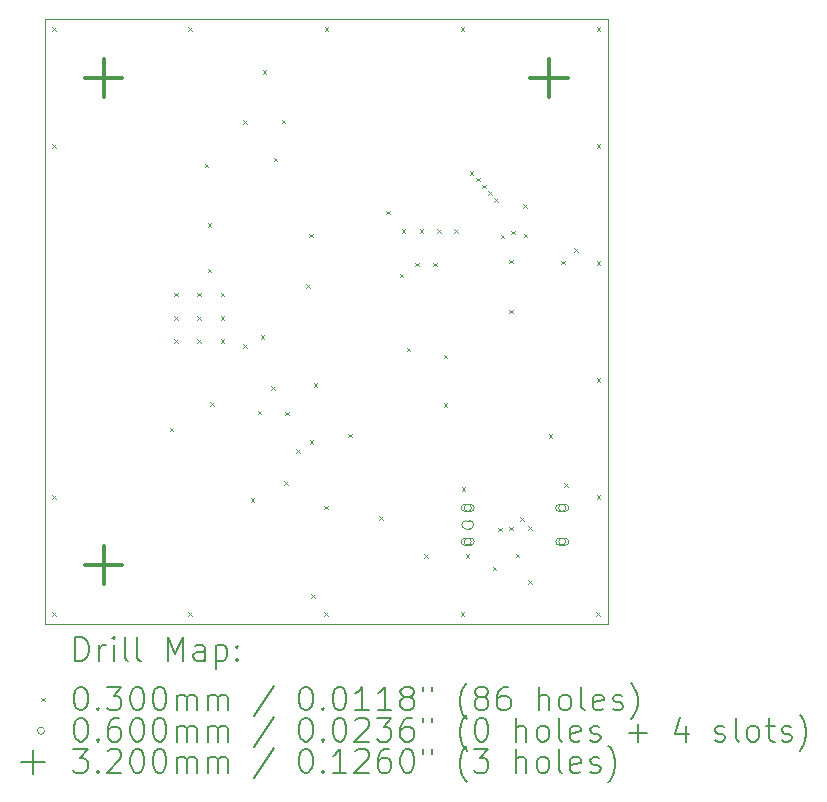
<source format=gbr>
%TF.GenerationSoftware,KiCad,Pcbnew,9.0.6*%
%TF.CreationDate,2025-12-09T15:41:12+01:00*%
%TF.ProjectId,CO2Monitor,434f324d-6f6e-4697-946f-722e6b696361,rev?*%
%TF.SameCoordinates,PX83b1de0PY8351ad0*%
%TF.FileFunction,Drillmap*%
%TF.FilePolarity,Positive*%
%FSLAX45Y45*%
G04 Gerber Fmt 4.5, Leading zero omitted, Abs format (unit mm)*
G04 Created by KiCad (PCBNEW 9.0.6) date 2025-12-09 15:41:12*
%MOMM*%
%LPD*%
G01*
G04 APERTURE LIST*
%ADD10C,0.050000*%
%ADD11C,0.010000*%
%ADD12C,0.200000*%
%ADD13C,0.100000*%
%ADD14C,0.320000*%
G04 APERTURE END LIST*
D10*
X0Y5116000D02*
X4766300Y5116000D01*
X4766300Y0D01*
X0Y0D01*
X0Y5116000D01*
D11*
X3631300Y837550D02*
G75*
G02*
X3595800Y802050I-35500J0D01*
G01*
X3595800Y873050D02*
G75*
G02*
X3631300Y837550I0J-35500D01*
G01*
X3565800Y873050D02*
X3595800Y873050D01*
X3530300Y837550D02*
G75*
G02*
X3565800Y873050I35500J0D01*
G01*
X3565800Y802050D02*
G75*
G02*
X3530300Y837550I0J35500D01*
G01*
X3595800Y802050D02*
X3565800Y802050D01*
D12*
D13*
X65000Y5051000D02*
X95000Y5021000D01*
X95000Y5051000D02*
X65000Y5021000D01*
X65000Y95000D02*
X95000Y65000D01*
X95000Y95000D02*
X65000Y65000D01*
X65100Y4059000D02*
X95100Y4029000D01*
X95100Y4059000D02*
X65100Y4029000D01*
X65100Y1085400D02*
X95100Y1055400D01*
X95100Y1085400D02*
X65100Y1055400D01*
X1056800Y1659800D02*
X1086800Y1629800D01*
X1086800Y1659800D02*
X1056800Y1629800D01*
X1093800Y2802300D02*
X1123800Y2772300D01*
X1123800Y2802300D02*
X1093800Y2772300D01*
X1093800Y2604800D02*
X1123800Y2574800D01*
X1123800Y2604800D02*
X1093800Y2574800D01*
X1093800Y2407300D02*
X1123800Y2377300D01*
X1123800Y2407300D02*
X1093800Y2377300D01*
X1216275Y95200D02*
X1246275Y65200D01*
X1246275Y95200D02*
X1216275Y65200D01*
X1216575Y5051000D02*
X1246575Y5021000D01*
X1246575Y5051000D02*
X1216575Y5021000D01*
X1291300Y2802300D02*
X1321300Y2772300D01*
X1321300Y2802300D02*
X1291300Y2772300D01*
X1291300Y2604800D02*
X1321300Y2574800D01*
X1321300Y2604800D02*
X1291300Y2574800D01*
X1291300Y2407300D02*
X1321300Y2377300D01*
X1321300Y2407300D02*
X1291300Y2377300D01*
X1354800Y3894800D02*
X1384800Y3864800D01*
X1384800Y3894800D02*
X1354800Y3864800D01*
X1379800Y3391300D02*
X1409800Y3361300D01*
X1409800Y3391300D02*
X1379800Y3361300D01*
X1379800Y3004800D02*
X1409800Y2974800D01*
X1409800Y3004800D02*
X1379800Y2974800D01*
X1399800Y1872800D02*
X1429800Y1842800D01*
X1429800Y1872800D02*
X1399800Y1842800D01*
X1488800Y2802300D02*
X1518800Y2772300D01*
X1518800Y2802300D02*
X1488800Y2772300D01*
X1488800Y2604800D02*
X1518800Y2574800D01*
X1518800Y2604800D02*
X1488800Y2574800D01*
X1488800Y2407300D02*
X1518800Y2377300D01*
X1518800Y2407300D02*
X1488800Y2377300D01*
X1677800Y2364800D02*
X1707800Y2334800D01*
X1707800Y2364800D02*
X1677800Y2334800D01*
X1680800Y4262300D02*
X1710800Y4232300D01*
X1710800Y4262300D02*
X1680800Y4232300D01*
X1744800Y1059800D02*
X1774800Y1029800D01*
X1774800Y1059800D02*
X1744800Y1029800D01*
X1803300Y1803300D02*
X1833300Y1773300D01*
X1833300Y1803300D02*
X1803300Y1773300D01*
X1826800Y2442800D02*
X1856800Y2412800D01*
X1856800Y2442800D02*
X1826800Y2412800D01*
X1844800Y4685800D02*
X1874800Y4655800D01*
X1874800Y4685800D02*
X1844800Y4655800D01*
X1916800Y2009800D02*
X1946800Y1979800D01*
X1946800Y2009800D02*
X1916800Y1979800D01*
X1938800Y3943800D02*
X1968800Y3913800D01*
X1968800Y3943800D02*
X1938800Y3913800D01*
X2006800Y4265800D02*
X2036800Y4235800D01*
X2036800Y4265800D02*
X2006800Y4235800D01*
X2027800Y1204800D02*
X2057800Y1174800D01*
X2057800Y1204800D02*
X2027800Y1174800D01*
X2033800Y1793800D02*
X2063800Y1763800D01*
X2063800Y1793800D02*
X2033800Y1763800D01*
X2128800Y1477800D02*
X2158800Y1447800D01*
X2158800Y1477800D02*
X2128800Y1447800D01*
X2212800Y2875800D02*
X2242800Y2845800D01*
X2242800Y2875800D02*
X2212800Y2845800D01*
X2239800Y3299800D02*
X2269800Y3269800D01*
X2269800Y3299800D02*
X2239800Y3269800D01*
X2244800Y1552800D02*
X2274800Y1522800D01*
X2274800Y1552800D02*
X2244800Y1522800D01*
X2256800Y249800D02*
X2286800Y219800D01*
X2286800Y249800D02*
X2256800Y219800D01*
X2276800Y2036800D02*
X2306800Y2006800D01*
X2306800Y2036800D02*
X2276800Y2006800D01*
X2363800Y996800D02*
X2393800Y966800D01*
X2393800Y996800D02*
X2363800Y966800D01*
X2367900Y95000D02*
X2397900Y65000D01*
X2397900Y95000D02*
X2367900Y65000D01*
X2368150Y5051000D02*
X2398150Y5021000D01*
X2398150Y5051000D02*
X2368150Y5021000D01*
X2569300Y1608300D02*
X2599300Y1578300D01*
X2599300Y1608300D02*
X2569300Y1578300D01*
X2832800Y911800D02*
X2862800Y881800D01*
X2862800Y911800D02*
X2832800Y881800D01*
X2889800Y3496800D02*
X2919800Y3466800D01*
X2919800Y3496800D02*
X2889800Y3466800D01*
X3004050Y2963300D02*
X3034050Y2933300D01*
X3034050Y2963300D02*
X3004050Y2933300D01*
X3023300Y3341050D02*
X3053300Y3311050D01*
X3053300Y3341050D02*
X3023300Y3311050D01*
X3063300Y2334800D02*
X3093300Y2304800D01*
X3093300Y2334800D02*
X3063300Y2304800D01*
X3138300Y3056050D02*
X3168300Y3026050D01*
X3168300Y3056050D02*
X3138300Y3026050D01*
X3173300Y3341050D02*
X3203300Y3311050D01*
X3203300Y3341050D02*
X3173300Y3311050D01*
X3211800Y587800D02*
X3241800Y557800D01*
X3241800Y587800D02*
X3211800Y557800D01*
X3288300Y3056050D02*
X3318300Y3026050D01*
X3318300Y3056050D02*
X3288300Y3026050D01*
X3320300Y3341050D02*
X3350300Y3311050D01*
X3350300Y3341050D02*
X3320300Y3311050D01*
X3378300Y2278550D02*
X3408300Y2248550D01*
X3408300Y2278550D02*
X3378300Y2248550D01*
X3378800Y1864800D02*
X3408800Y1834800D01*
X3408800Y1864800D02*
X3378800Y1834800D01*
X3468300Y3341050D02*
X3498300Y3311050D01*
X3498300Y3341050D02*
X3468300Y3311050D01*
X3519725Y5051000D02*
X3549725Y5021000D01*
X3549725Y5051000D02*
X3519725Y5021000D01*
X3520100Y95000D02*
X3550100Y65000D01*
X3550100Y95000D02*
X3520100Y65000D01*
X3529800Y1153800D02*
X3559800Y1123800D01*
X3559800Y1153800D02*
X3529800Y1123800D01*
X3564800Y588800D02*
X3594800Y558800D01*
X3594800Y588800D02*
X3564800Y558800D01*
X3597234Y3832800D02*
X3627234Y3802800D01*
X3627234Y3832800D02*
X3597234Y3802800D01*
X3654906Y3775300D02*
X3684906Y3745300D01*
X3684906Y3775300D02*
X3654906Y3745300D01*
X3703952Y3717800D02*
X3733952Y3687800D01*
X3733952Y3717800D02*
X3703952Y3687800D01*
X3754528Y3660300D02*
X3784528Y3630300D01*
X3784528Y3660300D02*
X3754528Y3630300D01*
X3790800Y481300D02*
X3820800Y451300D01*
X3820800Y481300D02*
X3790800Y451300D01*
X3804800Y3602800D02*
X3834800Y3572800D01*
X3834800Y3602800D02*
X3804800Y3572800D01*
X3840800Y811800D02*
X3870800Y781800D01*
X3870800Y811800D02*
X3840800Y781800D01*
X3861550Y3292812D02*
X3891550Y3262812D01*
X3891550Y3292812D02*
X3861550Y3262812D01*
X3930141Y821891D02*
X3960141Y791891D01*
X3960141Y821891D02*
X3930141Y791891D01*
X3931800Y2659800D02*
X3961800Y2629800D01*
X3961800Y2659800D02*
X3931800Y2629800D01*
X3933300Y3082300D02*
X3963300Y3052300D01*
X3963300Y3082300D02*
X3933300Y3052300D01*
X3947800Y3325800D02*
X3977800Y3295800D01*
X3977800Y3325800D02*
X3947800Y3295800D01*
X3986028Y592550D02*
X4016028Y562550D01*
X4016028Y592550D02*
X3986028Y562550D01*
X4025800Y898900D02*
X4055800Y868900D01*
X4055800Y898900D02*
X4025800Y868900D01*
X4052800Y3550800D02*
X4082800Y3520800D01*
X4082800Y3550800D02*
X4052800Y3520800D01*
X4053300Y3301050D02*
X4083300Y3271050D01*
X4083300Y3301050D02*
X4053300Y3271050D01*
X4090800Y822800D02*
X4120800Y792800D01*
X4120800Y822800D02*
X4090800Y792800D01*
X4093800Y367800D02*
X4123800Y337800D01*
X4123800Y367800D02*
X4093800Y337800D01*
X4265800Y1602800D02*
X4295800Y1572800D01*
X4295800Y1602800D02*
X4265800Y1572800D01*
X4373300Y3072800D02*
X4403300Y3042800D01*
X4403300Y3072800D02*
X4373300Y3042800D01*
X4395800Y1187800D02*
X4425800Y1157800D01*
X4425800Y1187800D02*
X4395800Y1157800D01*
X4483800Y3176800D02*
X4513800Y3146800D01*
X4513800Y3176800D02*
X4483800Y3146800D01*
X4669600Y95800D02*
X4699600Y65800D01*
X4699600Y95800D02*
X4669600Y65800D01*
X4671100Y4059175D02*
X4701100Y4029175D01*
X4701100Y4059175D02*
X4671100Y4029175D01*
X4671100Y3067975D02*
X4701100Y3037975D01*
X4701100Y3067975D02*
X4671100Y3037975D01*
X4671100Y2076775D02*
X4701100Y2046775D01*
X4701100Y2076775D02*
X4671100Y2046775D01*
X4671100Y1085575D02*
X4701100Y1055575D01*
X4701100Y1085575D02*
X4671100Y1055575D01*
X4671300Y5051000D02*
X4701300Y5021000D01*
X4701300Y5051000D02*
X4671300Y5021000D01*
X3610800Y980550D02*
G75*
G02*
X3550800Y980550I-30000J0D01*
G01*
X3550800Y980550D02*
G75*
G02*
X3610800Y980550I30000J0D01*
G01*
X3605800Y1010550D02*
X3555800Y1010550D01*
X3555800Y950550D02*
G75*
G02*
X3555800Y1010550I0J30000D01*
G01*
X3555800Y950550D02*
X3605800Y950550D01*
X3605800Y950550D02*
G75*
G03*
X3605800Y1010550I0J30000D01*
G01*
X3610800Y694550D02*
G75*
G02*
X3550800Y694550I-30000J0D01*
G01*
X3550800Y694550D02*
G75*
G02*
X3610800Y694550I30000J0D01*
G01*
X3605800Y724550D02*
X3555800Y724550D01*
X3555800Y664550D02*
G75*
G02*
X3555800Y724550I0J30000D01*
G01*
X3555800Y664550D02*
X3605800Y664550D01*
X3605800Y664550D02*
G75*
G03*
X3605800Y724550I0J30000D01*
G01*
X4410800Y980550D02*
G75*
G02*
X4350800Y980550I-30000J0D01*
G01*
X4350800Y980550D02*
G75*
G02*
X4410800Y980550I30000J0D01*
G01*
X4405800Y1010550D02*
X4355800Y1010550D01*
X4355800Y950550D02*
G75*
G02*
X4355800Y1010550I0J30000D01*
G01*
X4355800Y950550D02*
X4405800Y950550D01*
X4405800Y950550D02*
G75*
G03*
X4405800Y1010550I0J30000D01*
G01*
X4410800Y694550D02*
G75*
G02*
X4350800Y694550I-30000J0D01*
G01*
X4350800Y694550D02*
G75*
G02*
X4410800Y694550I30000J0D01*
G01*
X4405800Y724550D02*
X4355800Y724550D01*
X4355800Y664550D02*
G75*
G02*
X4355800Y724550I0J30000D01*
G01*
X4355800Y664550D02*
X4405800Y664550D01*
X4405800Y664550D02*
G75*
G03*
X4405800Y724550I0J30000D01*
G01*
D14*
X497500Y4778500D02*
X497500Y4458500D01*
X337500Y4618500D02*
X657500Y4618500D01*
X497500Y657500D02*
X497500Y337500D01*
X337500Y497500D02*
X657500Y497500D01*
X4268800Y4778500D02*
X4268800Y4458500D01*
X4108800Y4618500D02*
X4428800Y4618500D01*
D12*
X258277Y-313984D02*
X258277Y-113984D01*
X258277Y-113984D02*
X305896Y-113984D01*
X305896Y-113984D02*
X334467Y-123508D01*
X334467Y-123508D02*
X353515Y-142555D01*
X353515Y-142555D02*
X363039Y-161603D01*
X363039Y-161603D02*
X372562Y-199698D01*
X372562Y-199698D02*
X372562Y-228269D01*
X372562Y-228269D02*
X363039Y-266365D01*
X363039Y-266365D02*
X353515Y-285412D01*
X353515Y-285412D02*
X334467Y-304460D01*
X334467Y-304460D02*
X305896Y-313984D01*
X305896Y-313984D02*
X258277Y-313984D01*
X458277Y-313984D02*
X458277Y-180650D01*
X458277Y-218746D02*
X467801Y-199698D01*
X467801Y-199698D02*
X477324Y-190174D01*
X477324Y-190174D02*
X496372Y-180650D01*
X496372Y-180650D02*
X515420Y-180650D01*
X582086Y-313984D02*
X582086Y-180650D01*
X582086Y-113984D02*
X572563Y-123508D01*
X572563Y-123508D02*
X582086Y-133031D01*
X582086Y-133031D02*
X591610Y-123508D01*
X591610Y-123508D02*
X582086Y-113984D01*
X582086Y-113984D02*
X582086Y-133031D01*
X705896Y-313984D02*
X686848Y-304460D01*
X686848Y-304460D02*
X677324Y-285412D01*
X677324Y-285412D02*
X677324Y-113984D01*
X810658Y-313984D02*
X791610Y-304460D01*
X791610Y-304460D02*
X782086Y-285412D01*
X782086Y-285412D02*
X782086Y-113984D01*
X1039229Y-313984D02*
X1039229Y-113984D01*
X1039229Y-113984D02*
X1105896Y-256841D01*
X1105896Y-256841D02*
X1172563Y-113984D01*
X1172563Y-113984D02*
X1172563Y-313984D01*
X1353515Y-313984D02*
X1353515Y-209222D01*
X1353515Y-209222D02*
X1343991Y-190174D01*
X1343991Y-190174D02*
X1324944Y-180650D01*
X1324944Y-180650D02*
X1286848Y-180650D01*
X1286848Y-180650D02*
X1267801Y-190174D01*
X1353515Y-304460D02*
X1334467Y-313984D01*
X1334467Y-313984D02*
X1286848Y-313984D01*
X1286848Y-313984D02*
X1267801Y-304460D01*
X1267801Y-304460D02*
X1258277Y-285412D01*
X1258277Y-285412D02*
X1258277Y-266365D01*
X1258277Y-266365D02*
X1267801Y-247317D01*
X1267801Y-247317D02*
X1286848Y-237793D01*
X1286848Y-237793D02*
X1334467Y-237793D01*
X1334467Y-237793D02*
X1353515Y-228269D01*
X1448753Y-180650D02*
X1448753Y-380650D01*
X1448753Y-190174D02*
X1467801Y-180650D01*
X1467801Y-180650D02*
X1505896Y-180650D01*
X1505896Y-180650D02*
X1524943Y-190174D01*
X1524943Y-190174D02*
X1534467Y-199698D01*
X1534467Y-199698D02*
X1543991Y-218746D01*
X1543991Y-218746D02*
X1543991Y-275889D01*
X1543991Y-275889D02*
X1534467Y-294936D01*
X1534467Y-294936D02*
X1524943Y-304460D01*
X1524943Y-304460D02*
X1505896Y-313984D01*
X1505896Y-313984D02*
X1467801Y-313984D01*
X1467801Y-313984D02*
X1448753Y-304460D01*
X1629705Y-294936D02*
X1639229Y-304460D01*
X1639229Y-304460D02*
X1629705Y-313984D01*
X1629705Y-313984D02*
X1620182Y-304460D01*
X1620182Y-304460D02*
X1629705Y-294936D01*
X1629705Y-294936D02*
X1629705Y-313984D01*
X1629705Y-190174D02*
X1639229Y-199698D01*
X1639229Y-199698D02*
X1629705Y-209222D01*
X1629705Y-209222D02*
X1620182Y-199698D01*
X1620182Y-199698D02*
X1629705Y-190174D01*
X1629705Y-190174D02*
X1629705Y-209222D01*
D13*
X-32500Y-627500D02*
X-2500Y-657500D01*
X-2500Y-627500D02*
X-32500Y-657500D01*
D12*
X296372Y-533984D02*
X315420Y-533984D01*
X315420Y-533984D02*
X334467Y-543508D01*
X334467Y-543508D02*
X343991Y-553031D01*
X343991Y-553031D02*
X353515Y-572079D01*
X353515Y-572079D02*
X363039Y-610174D01*
X363039Y-610174D02*
X363039Y-657793D01*
X363039Y-657793D02*
X353515Y-695889D01*
X353515Y-695889D02*
X343991Y-714936D01*
X343991Y-714936D02*
X334467Y-724460D01*
X334467Y-724460D02*
X315420Y-733984D01*
X315420Y-733984D02*
X296372Y-733984D01*
X296372Y-733984D02*
X277324Y-724460D01*
X277324Y-724460D02*
X267801Y-714936D01*
X267801Y-714936D02*
X258277Y-695889D01*
X258277Y-695889D02*
X248753Y-657793D01*
X248753Y-657793D02*
X248753Y-610174D01*
X248753Y-610174D02*
X258277Y-572079D01*
X258277Y-572079D02*
X267801Y-553031D01*
X267801Y-553031D02*
X277324Y-543508D01*
X277324Y-543508D02*
X296372Y-533984D01*
X448753Y-714936D02*
X458277Y-724460D01*
X458277Y-724460D02*
X448753Y-733984D01*
X448753Y-733984D02*
X439229Y-724460D01*
X439229Y-724460D02*
X448753Y-714936D01*
X448753Y-714936D02*
X448753Y-733984D01*
X524944Y-533984D02*
X648753Y-533984D01*
X648753Y-533984D02*
X582086Y-610174D01*
X582086Y-610174D02*
X610658Y-610174D01*
X610658Y-610174D02*
X629705Y-619698D01*
X629705Y-619698D02*
X639229Y-629222D01*
X639229Y-629222D02*
X648753Y-648270D01*
X648753Y-648270D02*
X648753Y-695889D01*
X648753Y-695889D02*
X639229Y-714936D01*
X639229Y-714936D02*
X629705Y-724460D01*
X629705Y-724460D02*
X610658Y-733984D01*
X610658Y-733984D02*
X553515Y-733984D01*
X553515Y-733984D02*
X534467Y-724460D01*
X534467Y-724460D02*
X524944Y-714936D01*
X772562Y-533984D02*
X791610Y-533984D01*
X791610Y-533984D02*
X810658Y-543508D01*
X810658Y-543508D02*
X820182Y-553031D01*
X820182Y-553031D02*
X829705Y-572079D01*
X829705Y-572079D02*
X839229Y-610174D01*
X839229Y-610174D02*
X839229Y-657793D01*
X839229Y-657793D02*
X829705Y-695889D01*
X829705Y-695889D02*
X820182Y-714936D01*
X820182Y-714936D02*
X810658Y-724460D01*
X810658Y-724460D02*
X791610Y-733984D01*
X791610Y-733984D02*
X772562Y-733984D01*
X772562Y-733984D02*
X753515Y-724460D01*
X753515Y-724460D02*
X743991Y-714936D01*
X743991Y-714936D02*
X734467Y-695889D01*
X734467Y-695889D02*
X724943Y-657793D01*
X724943Y-657793D02*
X724943Y-610174D01*
X724943Y-610174D02*
X734467Y-572079D01*
X734467Y-572079D02*
X743991Y-553031D01*
X743991Y-553031D02*
X753515Y-543508D01*
X753515Y-543508D02*
X772562Y-533984D01*
X963039Y-533984D02*
X982086Y-533984D01*
X982086Y-533984D02*
X1001134Y-543508D01*
X1001134Y-543508D02*
X1010658Y-553031D01*
X1010658Y-553031D02*
X1020182Y-572079D01*
X1020182Y-572079D02*
X1029705Y-610174D01*
X1029705Y-610174D02*
X1029705Y-657793D01*
X1029705Y-657793D02*
X1020182Y-695889D01*
X1020182Y-695889D02*
X1010658Y-714936D01*
X1010658Y-714936D02*
X1001134Y-724460D01*
X1001134Y-724460D02*
X982086Y-733984D01*
X982086Y-733984D02*
X963039Y-733984D01*
X963039Y-733984D02*
X943991Y-724460D01*
X943991Y-724460D02*
X934467Y-714936D01*
X934467Y-714936D02*
X924943Y-695889D01*
X924943Y-695889D02*
X915420Y-657793D01*
X915420Y-657793D02*
X915420Y-610174D01*
X915420Y-610174D02*
X924943Y-572079D01*
X924943Y-572079D02*
X934467Y-553031D01*
X934467Y-553031D02*
X943991Y-543508D01*
X943991Y-543508D02*
X963039Y-533984D01*
X1115420Y-733984D02*
X1115420Y-600650D01*
X1115420Y-619698D02*
X1124944Y-610174D01*
X1124944Y-610174D02*
X1143991Y-600650D01*
X1143991Y-600650D02*
X1172563Y-600650D01*
X1172563Y-600650D02*
X1191610Y-610174D01*
X1191610Y-610174D02*
X1201134Y-629222D01*
X1201134Y-629222D02*
X1201134Y-733984D01*
X1201134Y-629222D02*
X1210658Y-610174D01*
X1210658Y-610174D02*
X1229705Y-600650D01*
X1229705Y-600650D02*
X1258277Y-600650D01*
X1258277Y-600650D02*
X1277325Y-610174D01*
X1277325Y-610174D02*
X1286848Y-629222D01*
X1286848Y-629222D02*
X1286848Y-733984D01*
X1382086Y-733984D02*
X1382086Y-600650D01*
X1382086Y-619698D02*
X1391610Y-610174D01*
X1391610Y-610174D02*
X1410658Y-600650D01*
X1410658Y-600650D02*
X1439229Y-600650D01*
X1439229Y-600650D02*
X1458277Y-610174D01*
X1458277Y-610174D02*
X1467801Y-629222D01*
X1467801Y-629222D02*
X1467801Y-733984D01*
X1467801Y-629222D02*
X1477324Y-610174D01*
X1477324Y-610174D02*
X1496372Y-600650D01*
X1496372Y-600650D02*
X1524943Y-600650D01*
X1524943Y-600650D02*
X1543991Y-610174D01*
X1543991Y-610174D02*
X1553515Y-629222D01*
X1553515Y-629222D02*
X1553515Y-733984D01*
X1943991Y-524460D02*
X1772563Y-781603D01*
X2201134Y-533984D02*
X2220182Y-533984D01*
X2220182Y-533984D02*
X2239229Y-543508D01*
X2239229Y-543508D02*
X2248753Y-553031D01*
X2248753Y-553031D02*
X2258277Y-572079D01*
X2258277Y-572079D02*
X2267801Y-610174D01*
X2267801Y-610174D02*
X2267801Y-657793D01*
X2267801Y-657793D02*
X2258277Y-695889D01*
X2258277Y-695889D02*
X2248753Y-714936D01*
X2248753Y-714936D02*
X2239229Y-724460D01*
X2239229Y-724460D02*
X2220182Y-733984D01*
X2220182Y-733984D02*
X2201134Y-733984D01*
X2201134Y-733984D02*
X2182087Y-724460D01*
X2182087Y-724460D02*
X2172563Y-714936D01*
X2172563Y-714936D02*
X2163039Y-695889D01*
X2163039Y-695889D02*
X2153515Y-657793D01*
X2153515Y-657793D02*
X2153515Y-610174D01*
X2153515Y-610174D02*
X2163039Y-572079D01*
X2163039Y-572079D02*
X2172563Y-553031D01*
X2172563Y-553031D02*
X2182087Y-543508D01*
X2182087Y-543508D02*
X2201134Y-533984D01*
X2353515Y-714936D02*
X2363039Y-724460D01*
X2363039Y-724460D02*
X2353515Y-733984D01*
X2353515Y-733984D02*
X2343991Y-724460D01*
X2343991Y-724460D02*
X2353515Y-714936D01*
X2353515Y-714936D02*
X2353515Y-733984D01*
X2486848Y-533984D02*
X2505896Y-533984D01*
X2505896Y-533984D02*
X2524944Y-543508D01*
X2524944Y-543508D02*
X2534468Y-553031D01*
X2534468Y-553031D02*
X2543991Y-572079D01*
X2543991Y-572079D02*
X2553515Y-610174D01*
X2553515Y-610174D02*
X2553515Y-657793D01*
X2553515Y-657793D02*
X2543991Y-695889D01*
X2543991Y-695889D02*
X2534468Y-714936D01*
X2534468Y-714936D02*
X2524944Y-724460D01*
X2524944Y-724460D02*
X2505896Y-733984D01*
X2505896Y-733984D02*
X2486848Y-733984D01*
X2486848Y-733984D02*
X2467801Y-724460D01*
X2467801Y-724460D02*
X2458277Y-714936D01*
X2458277Y-714936D02*
X2448753Y-695889D01*
X2448753Y-695889D02*
X2439229Y-657793D01*
X2439229Y-657793D02*
X2439229Y-610174D01*
X2439229Y-610174D02*
X2448753Y-572079D01*
X2448753Y-572079D02*
X2458277Y-553031D01*
X2458277Y-553031D02*
X2467801Y-543508D01*
X2467801Y-543508D02*
X2486848Y-533984D01*
X2743991Y-733984D02*
X2629706Y-733984D01*
X2686848Y-733984D02*
X2686848Y-533984D01*
X2686848Y-533984D02*
X2667801Y-562555D01*
X2667801Y-562555D02*
X2648753Y-581603D01*
X2648753Y-581603D02*
X2629706Y-591127D01*
X2934467Y-733984D02*
X2820182Y-733984D01*
X2877325Y-733984D02*
X2877325Y-533984D01*
X2877325Y-533984D02*
X2858277Y-562555D01*
X2858277Y-562555D02*
X2839229Y-581603D01*
X2839229Y-581603D02*
X2820182Y-591127D01*
X3048753Y-619698D02*
X3029706Y-610174D01*
X3029706Y-610174D02*
X3020182Y-600650D01*
X3020182Y-600650D02*
X3010658Y-581603D01*
X3010658Y-581603D02*
X3010658Y-572079D01*
X3010658Y-572079D02*
X3020182Y-553031D01*
X3020182Y-553031D02*
X3029706Y-543508D01*
X3029706Y-543508D02*
X3048753Y-533984D01*
X3048753Y-533984D02*
X3086848Y-533984D01*
X3086848Y-533984D02*
X3105896Y-543508D01*
X3105896Y-543508D02*
X3115420Y-553031D01*
X3115420Y-553031D02*
X3124944Y-572079D01*
X3124944Y-572079D02*
X3124944Y-581603D01*
X3124944Y-581603D02*
X3115420Y-600650D01*
X3115420Y-600650D02*
X3105896Y-610174D01*
X3105896Y-610174D02*
X3086848Y-619698D01*
X3086848Y-619698D02*
X3048753Y-619698D01*
X3048753Y-619698D02*
X3029706Y-629222D01*
X3029706Y-629222D02*
X3020182Y-638746D01*
X3020182Y-638746D02*
X3010658Y-657793D01*
X3010658Y-657793D02*
X3010658Y-695889D01*
X3010658Y-695889D02*
X3020182Y-714936D01*
X3020182Y-714936D02*
X3029706Y-724460D01*
X3029706Y-724460D02*
X3048753Y-733984D01*
X3048753Y-733984D02*
X3086848Y-733984D01*
X3086848Y-733984D02*
X3105896Y-724460D01*
X3105896Y-724460D02*
X3115420Y-714936D01*
X3115420Y-714936D02*
X3124944Y-695889D01*
X3124944Y-695889D02*
X3124944Y-657793D01*
X3124944Y-657793D02*
X3115420Y-638746D01*
X3115420Y-638746D02*
X3105896Y-629222D01*
X3105896Y-629222D02*
X3086848Y-619698D01*
X3201134Y-533984D02*
X3201134Y-572079D01*
X3277325Y-533984D02*
X3277325Y-572079D01*
X3572563Y-810174D02*
X3563039Y-800650D01*
X3563039Y-800650D02*
X3543991Y-772079D01*
X3543991Y-772079D02*
X3534468Y-753031D01*
X3534468Y-753031D02*
X3524944Y-724460D01*
X3524944Y-724460D02*
X3515420Y-676841D01*
X3515420Y-676841D02*
X3515420Y-638746D01*
X3515420Y-638746D02*
X3524944Y-591127D01*
X3524944Y-591127D02*
X3534468Y-562555D01*
X3534468Y-562555D02*
X3543991Y-543508D01*
X3543991Y-543508D02*
X3563039Y-514936D01*
X3563039Y-514936D02*
X3572563Y-505412D01*
X3677325Y-619698D02*
X3658277Y-610174D01*
X3658277Y-610174D02*
X3648753Y-600650D01*
X3648753Y-600650D02*
X3639229Y-581603D01*
X3639229Y-581603D02*
X3639229Y-572079D01*
X3639229Y-572079D02*
X3648753Y-553031D01*
X3648753Y-553031D02*
X3658277Y-543508D01*
X3658277Y-543508D02*
X3677325Y-533984D01*
X3677325Y-533984D02*
X3715420Y-533984D01*
X3715420Y-533984D02*
X3734468Y-543508D01*
X3734468Y-543508D02*
X3743991Y-553031D01*
X3743991Y-553031D02*
X3753515Y-572079D01*
X3753515Y-572079D02*
X3753515Y-581603D01*
X3753515Y-581603D02*
X3743991Y-600650D01*
X3743991Y-600650D02*
X3734468Y-610174D01*
X3734468Y-610174D02*
X3715420Y-619698D01*
X3715420Y-619698D02*
X3677325Y-619698D01*
X3677325Y-619698D02*
X3658277Y-629222D01*
X3658277Y-629222D02*
X3648753Y-638746D01*
X3648753Y-638746D02*
X3639229Y-657793D01*
X3639229Y-657793D02*
X3639229Y-695889D01*
X3639229Y-695889D02*
X3648753Y-714936D01*
X3648753Y-714936D02*
X3658277Y-724460D01*
X3658277Y-724460D02*
X3677325Y-733984D01*
X3677325Y-733984D02*
X3715420Y-733984D01*
X3715420Y-733984D02*
X3734468Y-724460D01*
X3734468Y-724460D02*
X3743991Y-714936D01*
X3743991Y-714936D02*
X3753515Y-695889D01*
X3753515Y-695889D02*
X3753515Y-657793D01*
X3753515Y-657793D02*
X3743991Y-638746D01*
X3743991Y-638746D02*
X3734468Y-629222D01*
X3734468Y-629222D02*
X3715420Y-619698D01*
X3924944Y-533984D02*
X3886848Y-533984D01*
X3886848Y-533984D02*
X3867801Y-543508D01*
X3867801Y-543508D02*
X3858277Y-553031D01*
X3858277Y-553031D02*
X3839229Y-581603D01*
X3839229Y-581603D02*
X3829706Y-619698D01*
X3829706Y-619698D02*
X3829706Y-695889D01*
X3829706Y-695889D02*
X3839229Y-714936D01*
X3839229Y-714936D02*
X3848753Y-724460D01*
X3848753Y-724460D02*
X3867801Y-733984D01*
X3867801Y-733984D02*
X3905896Y-733984D01*
X3905896Y-733984D02*
X3924944Y-724460D01*
X3924944Y-724460D02*
X3934468Y-714936D01*
X3934468Y-714936D02*
X3943991Y-695889D01*
X3943991Y-695889D02*
X3943991Y-648270D01*
X3943991Y-648270D02*
X3934468Y-629222D01*
X3934468Y-629222D02*
X3924944Y-619698D01*
X3924944Y-619698D02*
X3905896Y-610174D01*
X3905896Y-610174D02*
X3867801Y-610174D01*
X3867801Y-610174D02*
X3848753Y-619698D01*
X3848753Y-619698D02*
X3839229Y-629222D01*
X3839229Y-629222D02*
X3829706Y-648270D01*
X4182087Y-733984D02*
X4182087Y-533984D01*
X4267801Y-733984D02*
X4267801Y-629222D01*
X4267801Y-629222D02*
X4258277Y-610174D01*
X4258277Y-610174D02*
X4239230Y-600650D01*
X4239230Y-600650D02*
X4210658Y-600650D01*
X4210658Y-600650D02*
X4191610Y-610174D01*
X4191610Y-610174D02*
X4182087Y-619698D01*
X4391611Y-733984D02*
X4372563Y-724460D01*
X4372563Y-724460D02*
X4363039Y-714936D01*
X4363039Y-714936D02*
X4353515Y-695889D01*
X4353515Y-695889D02*
X4353515Y-638746D01*
X4353515Y-638746D02*
X4363039Y-619698D01*
X4363039Y-619698D02*
X4372563Y-610174D01*
X4372563Y-610174D02*
X4391611Y-600650D01*
X4391611Y-600650D02*
X4420182Y-600650D01*
X4420182Y-600650D02*
X4439230Y-610174D01*
X4439230Y-610174D02*
X4448753Y-619698D01*
X4448753Y-619698D02*
X4458277Y-638746D01*
X4458277Y-638746D02*
X4458277Y-695889D01*
X4458277Y-695889D02*
X4448753Y-714936D01*
X4448753Y-714936D02*
X4439230Y-724460D01*
X4439230Y-724460D02*
X4420182Y-733984D01*
X4420182Y-733984D02*
X4391611Y-733984D01*
X4572563Y-733984D02*
X4553515Y-724460D01*
X4553515Y-724460D02*
X4543992Y-705412D01*
X4543992Y-705412D02*
X4543992Y-533984D01*
X4724944Y-724460D02*
X4705896Y-733984D01*
X4705896Y-733984D02*
X4667801Y-733984D01*
X4667801Y-733984D02*
X4648753Y-724460D01*
X4648753Y-724460D02*
X4639230Y-705412D01*
X4639230Y-705412D02*
X4639230Y-629222D01*
X4639230Y-629222D02*
X4648753Y-610174D01*
X4648753Y-610174D02*
X4667801Y-600650D01*
X4667801Y-600650D02*
X4705896Y-600650D01*
X4705896Y-600650D02*
X4724944Y-610174D01*
X4724944Y-610174D02*
X4734468Y-629222D01*
X4734468Y-629222D02*
X4734468Y-648270D01*
X4734468Y-648270D02*
X4639230Y-667317D01*
X4810658Y-724460D02*
X4829706Y-733984D01*
X4829706Y-733984D02*
X4867801Y-733984D01*
X4867801Y-733984D02*
X4886849Y-724460D01*
X4886849Y-724460D02*
X4896373Y-705412D01*
X4896373Y-705412D02*
X4896373Y-695889D01*
X4896373Y-695889D02*
X4886849Y-676841D01*
X4886849Y-676841D02*
X4867801Y-667317D01*
X4867801Y-667317D02*
X4839230Y-667317D01*
X4839230Y-667317D02*
X4820182Y-657793D01*
X4820182Y-657793D02*
X4810658Y-638746D01*
X4810658Y-638746D02*
X4810658Y-629222D01*
X4810658Y-629222D02*
X4820182Y-610174D01*
X4820182Y-610174D02*
X4839230Y-600650D01*
X4839230Y-600650D02*
X4867801Y-600650D01*
X4867801Y-600650D02*
X4886849Y-610174D01*
X4963039Y-810174D02*
X4972563Y-800650D01*
X4972563Y-800650D02*
X4991611Y-772079D01*
X4991611Y-772079D02*
X5001134Y-753031D01*
X5001134Y-753031D02*
X5010658Y-724460D01*
X5010658Y-724460D02*
X5020182Y-676841D01*
X5020182Y-676841D02*
X5020182Y-638746D01*
X5020182Y-638746D02*
X5010658Y-591127D01*
X5010658Y-591127D02*
X5001134Y-562555D01*
X5001134Y-562555D02*
X4991611Y-543508D01*
X4991611Y-543508D02*
X4972563Y-514936D01*
X4972563Y-514936D02*
X4963039Y-505412D01*
D13*
X-2500Y-906500D02*
G75*
G02*
X-62500Y-906500I-30000J0D01*
G01*
X-62500Y-906500D02*
G75*
G02*
X-2500Y-906500I30000J0D01*
G01*
D12*
X296372Y-797984D02*
X315420Y-797984D01*
X315420Y-797984D02*
X334467Y-807508D01*
X334467Y-807508D02*
X343991Y-817031D01*
X343991Y-817031D02*
X353515Y-836079D01*
X353515Y-836079D02*
X363039Y-874174D01*
X363039Y-874174D02*
X363039Y-921793D01*
X363039Y-921793D02*
X353515Y-959888D01*
X353515Y-959888D02*
X343991Y-978936D01*
X343991Y-978936D02*
X334467Y-988460D01*
X334467Y-988460D02*
X315420Y-997984D01*
X315420Y-997984D02*
X296372Y-997984D01*
X296372Y-997984D02*
X277324Y-988460D01*
X277324Y-988460D02*
X267801Y-978936D01*
X267801Y-978936D02*
X258277Y-959888D01*
X258277Y-959888D02*
X248753Y-921793D01*
X248753Y-921793D02*
X248753Y-874174D01*
X248753Y-874174D02*
X258277Y-836079D01*
X258277Y-836079D02*
X267801Y-817031D01*
X267801Y-817031D02*
X277324Y-807508D01*
X277324Y-807508D02*
X296372Y-797984D01*
X448753Y-978936D02*
X458277Y-988460D01*
X458277Y-988460D02*
X448753Y-997984D01*
X448753Y-997984D02*
X439229Y-988460D01*
X439229Y-988460D02*
X448753Y-978936D01*
X448753Y-978936D02*
X448753Y-997984D01*
X629705Y-797984D02*
X591610Y-797984D01*
X591610Y-797984D02*
X572563Y-807508D01*
X572563Y-807508D02*
X563039Y-817031D01*
X563039Y-817031D02*
X543991Y-845603D01*
X543991Y-845603D02*
X534467Y-883698D01*
X534467Y-883698D02*
X534467Y-959888D01*
X534467Y-959888D02*
X543991Y-978936D01*
X543991Y-978936D02*
X553515Y-988460D01*
X553515Y-988460D02*
X572563Y-997984D01*
X572563Y-997984D02*
X610658Y-997984D01*
X610658Y-997984D02*
X629705Y-988460D01*
X629705Y-988460D02*
X639229Y-978936D01*
X639229Y-978936D02*
X648753Y-959888D01*
X648753Y-959888D02*
X648753Y-912269D01*
X648753Y-912269D02*
X639229Y-893222D01*
X639229Y-893222D02*
X629705Y-883698D01*
X629705Y-883698D02*
X610658Y-874174D01*
X610658Y-874174D02*
X572563Y-874174D01*
X572563Y-874174D02*
X553515Y-883698D01*
X553515Y-883698D02*
X543991Y-893222D01*
X543991Y-893222D02*
X534467Y-912269D01*
X772562Y-797984D02*
X791610Y-797984D01*
X791610Y-797984D02*
X810658Y-807508D01*
X810658Y-807508D02*
X820182Y-817031D01*
X820182Y-817031D02*
X829705Y-836079D01*
X829705Y-836079D02*
X839229Y-874174D01*
X839229Y-874174D02*
X839229Y-921793D01*
X839229Y-921793D02*
X829705Y-959888D01*
X829705Y-959888D02*
X820182Y-978936D01*
X820182Y-978936D02*
X810658Y-988460D01*
X810658Y-988460D02*
X791610Y-997984D01*
X791610Y-997984D02*
X772562Y-997984D01*
X772562Y-997984D02*
X753515Y-988460D01*
X753515Y-988460D02*
X743991Y-978936D01*
X743991Y-978936D02*
X734467Y-959888D01*
X734467Y-959888D02*
X724943Y-921793D01*
X724943Y-921793D02*
X724943Y-874174D01*
X724943Y-874174D02*
X734467Y-836079D01*
X734467Y-836079D02*
X743991Y-817031D01*
X743991Y-817031D02*
X753515Y-807508D01*
X753515Y-807508D02*
X772562Y-797984D01*
X963039Y-797984D02*
X982086Y-797984D01*
X982086Y-797984D02*
X1001134Y-807508D01*
X1001134Y-807508D02*
X1010658Y-817031D01*
X1010658Y-817031D02*
X1020182Y-836079D01*
X1020182Y-836079D02*
X1029705Y-874174D01*
X1029705Y-874174D02*
X1029705Y-921793D01*
X1029705Y-921793D02*
X1020182Y-959888D01*
X1020182Y-959888D02*
X1010658Y-978936D01*
X1010658Y-978936D02*
X1001134Y-988460D01*
X1001134Y-988460D02*
X982086Y-997984D01*
X982086Y-997984D02*
X963039Y-997984D01*
X963039Y-997984D02*
X943991Y-988460D01*
X943991Y-988460D02*
X934467Y-978936D01*
X934467Y-978936D02*
X924943Y-959888D01*
X924943Y-959888D02*
X915420Y-921793D01*
X915420Y-921793D02*
X915420Y-874174D01*
X915420Y-874174D02*
X924943Y-836079D01*
X924943Y-836079D02*
X934467Y-817031D01*
X934467Y-817031D02*
X943991Y-807508D01*
X943991Y-807508D02*
X963039Y-797984D01*
X1115420Y-997984D02*
X1115420Y-864650D01*
X1115420Y-883698D02*
X1124944Y-874174D01*
X1124944Y-874174D02*
X1143991Y-864650D01*
X1143991Y-864650D02*
X1172563Y-864650D01*
X1172563Y-864650D02*
X1191610Y-874174D01*
X1191610Y-874174D02*
X1201134Y-893222D01*
X1201134Y-893222D02*
X1201134Y-997984D01*
X1201134Y-893222D02*
X1210658Y-874174D01*
X1210658Y-874174D02*
X1229705Y-864650D01*
X1229705Y-864650D02*
X1258277Y-864650D01*
X1258277Y-864650D02*
X1277325Y-874174D01*
X1277325Y-874174D02*
X1286848Y-893222D01*
X1286848Y-893222D02*
X1286848Y-997984D01*
X1382086Y-997984D02*
X1382086Y-864650D01*
X1382086Y-883698D02*
X1391610Y-874174D01*
X1391610Y-874174D02*
X1410658Y-864650D01*
X1410658Y-864650D02*
X1439229Y-864650D01*
X1439229Y-864650D02*
X1458277Y-874174D01*
X1458277Y-874174D02*
X1467801Y-893222D01*
X1467801Y-893222D02*
X1467801Y-997984D01*
X1467801Y-893222D02*
X1477324Y-874174D01*
X1477324Y-874174D02*
X1496372Y-864650D01*
X1496372Y-864650D02*
X1524943Y-864650D01*
X1524943Y-864650D02*
X1543991Y-874174D01*
X1543991Y-874174D02*
X1553515Y-893222D01*
X1553515Y-893222D02*
X1553515Y-997984D01*
X1943991Y-788460D02*
X1772563Y-1045603D01*
X2201134Y-797984D02*
X2220182Y-797984D01*
X2220182Y-797984D02*
X2239229Y-807508D01*
X2239229Y-807508D02*
X2248753Y-817031D01*
X2248753Y-817031D02*
X2258277Y-836079D01*
X2258277Y-836079D02*
X2267801Y-874174D01*
X2267801Y-874174D02*
X2267801Y-921793D01*
X2267801Y-921793D02*
X2258277Y-959888D01*
X2258277Y-959888D02*
X2248753Y-978936D01*
X2248753Y-978936D02*
X2239229Y-988460D01*
X2239229Y-988460D02*
X2220182Y-997984D01*
X2220182Y-997984D02*
X2201134Y-997984D01*
X2201134Y-997984D02*
X2182087Y-988460D01*
X2182087Y-988460D02*
X2172563Y-978936D01*
X2172563Y-978936D02*
X2163039Y-959888D01*
X2163039Y-959888D02*
X2153515Y-921793D01*
X2153515Y-921793D02*
X2153515Y-874174D01*
X2153515Y-874174D02*
X2163039Y-836079D01*
X2163039Y-836079D02*
X2172563Y-817031D01*
X2172563Y-817031D02*
X2182087Y-807508D01*
X2182087Y-807508D02*
X2201134Y-797984D01*
X2353515Y-978936D02*
X2363039Y-988460D01*
X2363039Y-988460D02*
X2353515Y-997984D01*
X2353515Y-997984D02*
X2343991Y-988460D01*
X2343991Y-988460D02*
X2353515Y-978936D01*
X2353515Y-978936D02*
X2353515Y-997984D01*
X2486848Y-797984D02*
X2505896Y-797984D01*
X2505896Y-797984D02*
X2524944Y-807508D01*
X2524944Y-807508D02*
X2534468Y-817031D01*
X2534468Y-817031D02*
X2543991Y-836079D01*
X2543991Y-836079D02*
X2553515Y-874174D01*
X2553515Y-874174D02*
X2553515Y-921793D01*
X2553515Y-921793D02*
X2543991Y-959888D01*
X2543991Y-959888D02*
X2534468Y-978936D01*
X2534468Y-978936D02*
X2524944Y-988460D01*
X2524944Y-988460D02*
X2505896Y-997984D01*
X2505896Y-997984D02*
X2486848Y-997984D01*
X2486848Y-997984D02*
X2467801Y-988460D01*
X2467801Y-988460D02*
X2458277Y-978936D01*
X2458277Y-978936D02*
X2448753Y-959888D01*
X2448753Y-959888D02*
X2439229Y-921793D01*
X2439229Y-921793D02*
X2439229Y-874174D01*
X2439229Y-874174D02*
X2448753Y-836079D01*
X2448753Y-836079D02*
X2458277Y-817031D01*
X2458277Y-817031D02*
X2467801Y-807508D01*
X2467801Y-807508D02*
X2486848Y-797984D01*
X2629706Y-817031D02*
X2639229Y-807508D01*
X2639229Y-807508D02*
X2658277Y-797984D01*
X2658277Y-797984D02*
X2705896Y-797984D01*
X2705896Y-797984D02*
X2724944Y-807508D01*
X2724944Y-807508D02*
X2734468Y-817031D01*
X2734468Y-817031D02*
X2743991Y-836079D01*
X2743991Y-836079D02*
X2743991Y-855127D01*
X2743991Y-855127D02*
X2734468Y-883698D01*
X2734468Y-883698D02*
X2620182Y-997984D01*
X2620182Y-997984D02*
X2743991Y-997984D01*
X2810658Y-797984D02*
X2934467Y-797984D01*
X2934467Y-797984D02*
X2867801Y-874174D01*
X2867801Y-874174D02*
X2896372Y-874174D01*
X2896372Y-874174D02*
X2915420Y-883698D01*
X2915420Y-883698D02*
X2924944Y-893222D01*
X2924944Y-893222D02*
X2934467Y-912269D01*
X2934467Y-912269D02*
X2934467Y-959888D01*
X2934467Y-959888D02*
X2924944Y-978936D01*
X2924944Y-978936D02*
X2915420Y-988460D01*
X2915420Y-988460D02*
X2896372Y-997984D01*
X2896372Y-997984D02*
X2839229Y-997984D01*
X2839229Y-997984D02*
X2820182Y-988460D01*
X2820182Y-988460D02*
X2810658Y-978936D01*
X3105896Y-797984D02*
X3067801Y-797984D01*
X3067801Y-797984D02*
X3048753Y-807508D01*
X3048753Y-807508D02*
X3039229Y-817031D01*
X3039229Y-817031D02*
X3020182Y-845603D01*
X3020182Y-845603D02*
X3010658Y-883698D01*
X3010658Y-883698D02*
X3010658Y-959888D01*
X3010658Y-959888D02*
X3020182Y-978936D01*
X3020182Y-978936D02*
X3029706Y-988460D01*
X3029706Y-988460D02*
X3048753Y-997984D01*
X3048753Y-997984D02*
X3086848Y-997984D01*
X3086848Y-997984D02*
X3105896Y-988460D01*
X3105896Y-988460D02*
X3115420Y-978936D01*
X3115420Y-978936D02*
X3124944Y-959888D01*
X3124944Y-959888D02*
X3124944Y-912269D01*
X3124944Y-912269D02*
X3115420Y-893222D01*
X3115420Y-893222D02*
X3105896Y-883698D01*
X3105896Y-883698D02*
X3086848Y-874174D01*
X3086848Y-874174D02*
X3048753Y-874174D01*
X3048753Y-874174D02*
X3029706Y-883698D01*
X3029706Y-883698D02*
X3020182Y-893222D01*
X3020182Y-893222D02*
X3010658Y-912269D01*
X3201134Y-797984D02*
X3201134Y-836079D01*
X3277325Y-797984D02*
X3277325Y-836079D01*
X3572563Y-1074174D02*
X3563039Y-1064650D01*
X3563039Y-1064650D02*
X3543991Y-1036079D01*
X3543991Y-1036079D02*
X3534468Y-1017031D01*
X3534468Y-1017031D02*
X3524944Y-988460D01*
X3524944Y-988460D02*
X3515420Y-940841D01*
X3515420Y-940841D02*
X3515420Y-902746D01*
X3515420Y-902746D02*
X3524944Y-855127D01*
X3524944Y-855127D02*
X3534468Y-826555D01*
X3534468Y-826555D02*
X3543991Y-807508D01*
X3543991Y-807508D02*
X3563039Y-778936D01*
X3563039Y-778936D02*
X3572563Y-769412D01*
X3686848Y-797984D02*
X3705896Y-797984D01*
X3705896Y-797984D02*
X3724944Y-807508D01*
X3724944Y-807508D02*
X3734468Y-817031D01*
X3734468Y-817031D02*
X3743991Y-836079D01*
X3743991Y-836079D02*
X3753515Y-874174D01*
X3753515Y-874174D02*
X3753515Y-921793D01*
X3753515Y-921793D02*
X3743991Y-959888D01*
X3743991Y-959888D02*
X3734468Y-978936D01*
X3734468Y-978936D02*
X3724944Y-988460D01*
X3724944Y-988460D02*
X3705896Y-997984D01*
X3705896Y-997984D02*
X3686848Y-997984D01*
X3686848Y-997984D02*
X3667801Y-988460D01*
X3667801Y-988460D02*
X3658277Y-978936D01*
X3658277Y-978936D02*
X3648753Y-959888D01*
X3648753Y-959888D02*
X3639229Y-921793D01*
X3639229Y-921793D02*
X3639229Y-874174D01*
X3639229Y-874174D02*
X3648753Y-836079D01*
X3648753Y-836079D02*
X3658277Y-817031D01*
X3658277Y-817031D02*
X3667801Y-807508D01*
X3667801Y-807508D02*
X3686848Y-797984D01*
X3991610Y-997984D02*
X3991610Y-797984D01*
X4077325Y-997984D02*
X4077325Y-893222D01*
X4077325Y-893222D02*
X4067801Y-874174D01*
X4067801Y-874174D02*
X4048753Y-864650D01*
X4048753Y-864650D02*
X4020182Y-864650D01*
X4020182Y-864650D02*
X4001134Y-874174D01*
X4001134Y-874174D02*
X3991610Y-883698D01*
X4201134Y-997984D02*
X4182087Y-988460D01*
X4182087Y-988460D02*
X4172563Y-978936D01*
X4172563Y-978936D02*
X4163039Y-959888D01*
X4163039Y-959888D02*
X4163039Y-902746D01*
X4163039Y-902746D02*
X4172563Y-883698D01*
X4172563Y-883698D02*
X4182087Y-874174D01*
X4182087Y-874174D02*
X4201134Y-864650D01*
X4201134Y-864650D02*
X4229706Y-864650D01*
X4229706Y-864650D02*
X4248753Y-874174D01*
X4248753Y-874174D02*
X4258277Y-883698D01*
X4258277Y-883698D02*
X4267801Y-902746D01*
X4267801Y-902746D02*
X4267801Y-959888D01*
X4267801Y-959888D02*
X4258277Y-978936D01*
X4258277Y-978936D02*
X4248753Y-988460D01*
X4248753Y-988460D02*
X4229706Y-997984D01*
X4229706Y-997984D02*
X4201134Y-997984D01*
X4382087Y-997984D02*
X4363039Y-988460D01*
X4363039Y-988460D02*
X4353515Y-969412D01*
X4353515Y-969412D02*
X4353515Y-797984D01*
X4534468Y-988460D02*
X4515420Y-997984D01*
X4515420Y-997984D02*
X4477325Y-997984D01*
X4477325Y-997984D02*
X4458277Y-988460D01*
X4458277Y-988460D02*
X4448753Y-969412D01*
X4448753Y-969412D02*
X4448753Y-893222D01*
X4448753Y-893222D02*
X4458277Y-874174D01*
X4458277Y-874174D02*
X4477325Y-864650D01*
X4477325Y-864650D02*
X4515420Y-864650D01*
X4515420Y-864650D02*
X4534468Y-874174D01*
X4534468Y-874174D02*
X4543992Y-893222D01*
X4543992Y-893222D02*
X4543992Y-912269D01*
X4543992Y-912269D02*
X4448753Y-931317D01*
X4620182Y-988460D02*
X4639230Y-997984D01*
X4639230Y-997984D02*
X4677325Y-997984D01*
X4677325Y-997984D02*
X4696373Y-988460D01*
X4696373Y-988460D02*
X4705896Y-969412D01*
X4705896Y-969412D02*
X4705896Y-959888D01*
X4705896Y-959888D02*
X4696373Y-940841D01*
X4696373Y-940841D02*
X4677325Y-931317D01*
X4677325Y-931317D02*
X4648753Y-931317D01*
X4648753Y-931317D02*
X4629706Y-921793D01*
X4629706Y-921793D02*
X4620182Y-902746D01*
X4620182Y-902746D02*
X4620182Y-893222D01*
X4620182Y-893222D02*
X4629706Y-874174D01*
X4629706Y-874174D02*
X4648753Y-864650D01*
X4648753Y-864650D02*
X4677325Y-864650D01*
X4677325Y-864650D02*
X4696373Y-874174D01*
X4943992Y-921793D02*
X5096373Y-921793D01*
X5020182Y-997984D02*
X5020182Y-845603D01*
X5429706Y-864650D02*
X5429706Y-997984D01*
X5382087Y-788460D02*
X5334468Y-931317D01*
X5334468Y-931317D02*
X5458277Y-931317D01*
X5677325Y-988460D02*
X5696373Y-997984D01*
X5696373Y-997984D02*
X5734468Y-997984D01*
X5734468Y-997984D02*
X5753515Y-988460D01*
X5753515Y-988460D02*
X5763039Y-969412D01*
X5763039Y-969412D02*
X5763039Y-959888D01*
X5763039Y-959888D02*
X5753515Y-940841D01*
X5753515Y-940841D02*
X5734468Y-931317D01*
X5734468Y-931317D02*
X5705896Y-931317D01*
X5705896Y-931317D02*
X5686849Y-921793D01*
X5686849Y-921793D02*
X5677325Y-902746D01*
X5677325Y-902746D02*
X5677325Y-893222D01*
X5677325Y-893222D02*
X5686849Y-874174D01*
X5686849Y-874174D02*
X5705896Y-864650D01*
X5705896Y-864650D02*
X5734468Y-864650D01*
X5734468Y-864650D02*
X5753515Y-874174D01*
X5877325Y-997984D02*
X5858277Y-988460D01*
X5858277Y-988460D02*
X5848754Y-969412D01*
X5848754Y-969412D02*
X5848754Y-797984D01*
X5982087Y-997984D02*
X5963039Y-988460D01*
X5963039Y-988460D02*
X5953515Y-978936D01*
X5953515Y-978936D02*
X5943992Y-959888D01*
X5943992Y-959888D02*
X5943992Y-902746D01*
X5943992Y-902746D02*
X5953515Y-883698D01*
X5953515Y-883698D02*
X5963039Y-874174D01*
X5963039Y-874174D02*
X5982087Y-864650D01*
X5982087Y-864650D02*
X6010658Y-864650D01*
X6010658Y-864650D02*
X6029706Y-874174D01*
X6029706Y-874174D02*
X6039230Y-883698D01*
X6039230Y-883698D02*
X6048754Y-902746D01*
X6048754Y-902746D02*
X6048754Y-959888D01*
X6048754Y-959888D02*
X6039230Y-978936D01*
X6039230Y-978936D02*
X6029706Y-988460D01*
X6029706Y-988460D02*
X6010658Y-997984D01*
X6010658Y-997984D02*
X5982087Y-997984D01*
X6105896Y-864650D02*
X6182087Y-864650D01*
X6134468Y-797984D02*
X6134468Y-969412D01*
X6134468Y-969412D02*
X6143992Y-988460D01*
X6143992Y-988460D02*
X6163039Y-997984D01*
X6163039Y-997984D02*
X6182087Y-997984D01*
X6239230Y-988460D02*
X6258277Y-997984D01*
X6258277Y-997984D02*
X6296373Y-997984D01*
X6296373Y-997984D02*
X6315420Y-988460D01*
X6315420Y-988460D02*
X6324944Y-969412D01*
X6324944Y-969412D02*
X6324944Y-959888D01*
X6324944Y-959888D02*
X6315420Y-940841D01*
X6315420Y-940841D02*
X6296373Y-931317D01*
X6296373Y-931317D02*
X6267801Y-931317D01*
X6267801Y-931317D02*
X6248754Y-921793D01*
X6248754Y-921793D02*
X6239230Y-902746D01*
X6239230Y-902746D02*
X6239230Y-893222D01*
X6239230Y-893222D02*
X6248754Y-874174D01*
X6248754Y-874174D02*
X6267801Y-864650D01*
X6267801Y-864650D02*
X6296373Y-864650D01*
X6296373Y-864650D02*
X6315420Y-874174D01*
X6391611Y-1074174D02*
X6401135Y-1064650D01*
X6401135Y-1064650D02*
X6420182Y-1036079D01*
X6420182Y-1036079D02*
X6429706Y-1017031D01*
X6429706Y-1017031D02*
X6439230Y-988460D01*
X6439230Y-988460D02*
X6448754Y-940841D01*
X6448754Y-940841D02*
X6448754Y-902746D01*
X6448754Y-902746D02*
X6439230Y-855127D01*
X6439230Y-855127D02*
X6429706Y-826555D01*
X6429706Y-826555D02*
X6420182Y-807508D01*
X6420182Y-807508D02*
X6401135Y-778936D01*
X6401135Y-778936D02*
X6391611Y-769412D01*
X-102500Y-1070500D02*
X-102500Y-1270500D01*
X-202500Y-1170500D02*
X-2500Y-1170500D01*
X239229Y-1061984D02*
X363039Y-1061984D01*
X363039Y-1061984D02*
X296372Y-1138174D01*
X296372Y-1138174D02*
X324944Y-1138174D01*
X324944Y-1138174D02*
X343991Y-1147698D01*
X343991Y-1147698D02*
X353515Y-1157222D01*
X353515Y-1157222D02*
X363039Y-1176270D01*
X363039Y-1176270D02*
X363039Y-1223889D01*
X363039Y-1223889D02*
X353515Y-1242936D01*
X353515Y-1242936D02*
X343991Y-1252460D01*
X343991Y-1252460D02*
X324944Y-1261984D01*
X324944Y-1261984D02*
X267801Y-1261984D01*
X267801Y-1261984D02*
X248753Y-1252460D01*
X248753Y-1252460D02*
X239229Y-1242936D01*
X448753Y-1242936D02*
X458277Y-1252460D01*
X458277Y-1252460D02*
X448753Y-1261984D01*
X448753Y-1261984D02*
X439229Y-1252460D01*
X439229Y-1252460D02*
X448753Y-1242936D01*
X448753Y-1242936D02*
X448753Y-1261984D01*
X534467Y-1081031D02*
X543991Y-1071508D01*
X543991Y-1071508D02*
X563039Y-1061984D01*
X563039Y-1061984D02*
X610658Y-1061984D01*
X610658Y-1061984D02*
X629705Y-1071508D01*
X629705Y-1071508D02*
X639229Y-1081031D01*
X639229Y-1081031D02*
X648753Y-1100079D01*
X648753Y-1100079D02*
X648753Y-1119127D01*
X648753Y-1119127D02*
X639229Y-1147698D01*
X639229Y-1147698D02*
X524944Y-1261984D01*
X524944Y-1261984D02*
X648753Y-1261984D01*
X772562Y-1061984D02*
X791610Y-1061984D01*
X791610Y-1061984D02*
X810658Y-1071508D01*
X810658Y-1071508D02*
X820182Y-1081031D01*
X820182Y-1081031D02*
X829705Y-1100079D01*
X829705Y-1100079D02*
X839229Y-1138174D01*
X839229Y-1138174D02*
X839229Y-1185793D01*
X839229Y-1185793D02*
X829705Y-1223889D01*
X829705Y-1223889D02*
X820182Y-1242936D01*
X820182Y-1242936D02*
X810658Y-1252460D01*
X810658Y-1252460D02*
X791610Y-1261984D01*
X791610Y-1261984D02*
X772562Y-1261984D01*
X772562Y-1261984D02*
X753515Y-1252460D01*
X753515Y-1252460D02*
X743991Y-1242936D01*
X743991Y-1242936D02*
X734467Y-1223889D01*
X734467Y-1223889D02*
X724943Y-1185793D01*
X724943Y-1185793D02*
X724943Y-1138174D01*
X724943Y-1138174D02*
X734467Y-1100079D01*
X734467Y-1100079D02*
X743991Y-1081031D01*
X743991Y-1081031D02*
X753515Y-1071508D01*
X753515Y-1071508D02*
X772562Y-1061984D01*
X963039Y-1061984D02*
X982086Y-1061984D01*
X982086Y-1061984D02*
X1001134Y-1071508D01*
X1001134Y-1071508D02*
X1010658Y-1081031D01*
X1010658Y-1081031D02*
X1020182Y-1100079D01*
X1020182Y-1100079D02*
X1029705Y-1138174D01*
X1029705Y-1138174D02*
X1029705Y-1185793D01*
X1029705Y-1185793D02*
X1020182Y-1223889D01*
X1020182Y-1223889D02*
X1010658Y-1242936D01*
X1010658Y-1242936D02*
X1001134Y-1252460D01*
X1001134Y-1252460D02*
X982086Y-1261984D01*
X982086Y-1261984D02*
X963039Y-1261984D01*
X963039Y-1261984D02*
X943991Y-1252460D01*
X943991Y-1252460D02*
X934467Y-1242936D01*
X934467Y-1242936D02*
X924943Y-1223889D01*
X924943Y-1223889D02*
X915420Y-1185793D01*
X915420Y-1185793D02*
X915420Y-1138174D01*
X915420Y-1138174D02*
X924943Y-1100079D01*
X924943Y-1100079D02*
X934467Y-1081031D01*
X934467Y-1081031D02*
X943991Y-1071508D01*
X943991Y-1071508D02*
X963039Y-1061984D01*
X1115420Y-1261984D02*
X1115420Y-1128650D01*
X1115420Y-1147698D02*
X1124944Y-1138174D01*
X1124944Y-1138174D02*
X1143991Y-1128650D01*
X1143991Y-1128650D02*
X1172563Y-1128650D01*
X1172563Y-1128650D02*
X1191610Y-1138174D01*
X1191610Y-1138174D02*
X1201134Y-1157222D01*
X1201134Y-1157222D02*
X1201134Y-1261984D01*
X1201134Y-1157222D02*
X1210658Y-1138174D01*
X1210658Y-1138174D02*
X1229705Y-1128650D01*
X1229705Y-1128650D02*
X1258277Y-1128650D01*
X1258277Y-1128650D02*
X1277325Y-1138174D01*
X1277325Y-1138174D02*
X1286848Y-1157222D01*
X1286848Y-1157222D02*
X1286848Y-1261984D01*
X1382086Y-1261984D02*
X1382086Y-1128650D01*
X1382086Y-1147698D02*
X1391610Y-1138174D01*
X1391610Y-1138174D02*
X1410658Y-1128650D01*
X1410658Y-1128650D02*
X1439229Y-1128650D01*
X1439229Y-1128650D02*
X1458277Y-1138174D01*
X1458277Y-1138174D02*
X1467801Y-1157222D01*
X1467801Y-1157222D02*
X1467801Y-1261984D01*
X1467801Y-1157222D02*
X1477324Y-1138174D01*
X1477324Y-1138174D02*
X1496372Y-1128650D01*
X1496372Y-1128650D02*
X1524943Y-1128650D01*
X1524943Y-1128650D02*
X1543991Y-1138174D01*
X1543991Y-1138174D02*
X1553515Y-1157222D01*
X1553515Y-1157222D02*
X1553515Y-1261984D01*
X1943991Y-1052460D02*
X1772563Y-1309603D01*
X2201134Y-1061984D02*
X2220182Y-1061984D01*
X2220182Y-1061984D02*
X2239229Y-1071508D01*
X2239229Y-1071508D02*
X2248753Y-1081031D01*
X2248753Y-1081031D02*
X2258277Y-1100079D01*
X2258277Y-1100079D02*
X2267801Y-1138174D01*
X2267801Y-1138174D02*
X2267801Y-1185793D01*
X2267801Y-1185793D02*
X2258277Y-1223889D01*
X2258277Y-1223889D02*
X2248753Y-1242936D01*
X2248753Y-1242936D02*
X2239229Y-1252460D01*
X2239229Y-1252460D02*
X2220182Y-1261984D01*
X2220182Y-1261984D02*
X2201134Y-1261984D01*
X2201134Y-1261984D02*
X2182087Y-1252460D01*
X2182087Y-1252460D02*
X2172563Y-1242936D01*
X2172563Y-1242936D02*
X2163039Y-1223889D01*
X2163039Y-1223889D02*
X2153515Y-1185793D01*
X2153515Y-1185793D02*
X2153515Y-1138174D01*
X2153515Y-1138174D02*
X2163039Y-1100079D01*
X2163039Y-1100079D02*
X2172563Y-1081031D01*
X2172563Y-1081031D02*
X2182087Y-1071508D01*
X2182087Y-1071508D02*
X2201134Y-1061984D01*
X2353515Y-1242936D02*
X2363039Y-1252460D01*
X2363039Y-1252460D02*
X2353515Y-1261984D01*
X2353515Y-1261984D02*
X2343991Y-1252460D01*
X2343991Y-1252460D02*
X2353515Y-1242936D01*
X2353515Y-1242936D02*
X2353515Y-1261984D01*
X2553515Y-1261984D02*
X2439229Y-1261984D01*
X2496372Y-1261984D02*
X2496372Y-1061984D01*
X2496372Y-1061984D02*
X2477325Y-1090555D01*
X2477325Y-1090555D02*
X2458277Y-1109603D01*
X2458277Y-1109603D02*
X2439229Y-1119127D01*
X2629706Y-1081031D02*
X2639229Y-1071508D01*
X2639229Y-1071508D02*
X2658277Y-1061984D01*
X2658277Y-1061984D02*
X2705896Y-1061984D01*
X2705896Y-1061984D02*
X2724944Y-1071508D01*
X2724944Y-1071508D02*
X2734468Y-1081031D01*
X2734468Y-1081031D02*
X2743991Y-1100079D01*
X2743991Y-1100079D02*
X2743991Y-1119127D01*
X2743991Y-1119127D02*
X2734468Y-1147698D01*
X2734468Y-1147698D02*
X2620182Y-1261984D01*
X2620182Y-1261984D02*
X2743991Y-1261984D01*
X2915420Y-1061984D02*
X2877325Y-1061984D01*
X2877325Y-1061984D02*
X2858277Y-1071508D01*
X2858277Y-1071508D02*
X2848753Y-1081031D01*
X2848753Y-1081031D02*
X2829706Y-1109603D01*
X2829706Y-1109603D02*
X2820182Y-1147698D01*
X2820182Y-1147698D02*
X2820182Y-1223889D01*
X2820182Y-1223889D02*
X2829706Y-1242936D01*
X2829706Y-1242936D02*
X2839229Y-1252460D01*
X2839229Y-1252460D02*
X2858277Y-1261984D01*
X2858277Y-1261984D02*
X2896372Y-1261984D01*
X2896372Y-1261984D02*
X2915420Y-1252460D01*
X2915420Y-1252460D02*
X2924944Y-1242936D01*
X2924944Y-1242936D02*
X2934467Y-1223889D01*
X2934467Y-1223889D02*
X2934467Y-1176270D01*
X2934467Y-1176270D02*
X2924944Y-1157222D01*
X2924944Y-1157222D02*
X2915420Y-1147698D01*
X2915420Y-1147698D02*
X2896372Y-1138174D01*
X2896372Y-1138174D02*
X2858277Y-1138174D01*
X2858277Y-1138174D02*
X2839229Y-1147698D01*
X2839229Y-1147698D02*
X2829706Y-1157222D01*
X2829706Y-1157222D02*
X2820182Y-1176270D01*
X3058277Y-1061984D02*
X3077325Y-1061984D01*
X3077325Y-1061984D02*
X3096372Y-1071508D01*
X3096372Y-1071508D02*
X3105896Y-1081031D01*
X3105896Y-1081031D02*
X3115420Y-1100079D01*
X3115420Y-1100079D02*
X3124944Y-1138174D01*
X3124944Y-1138174D02*
X3124944Y-1185793D01*
X3124944Y-1185793D02*
X3115420Y-1223889D01*
X3115420Y-1223889D02*
X3105896Y-1242936D01*
X3105896Y-1242936D02*
X3096372Y-1252460D01*
X3096372Y-1252460D02*
X3077325Y-1261984D01*
X3077325Y-1261984D02*
X3058277Y-1261984D01*
X3058277Y-1261984D02*
X3039229Y-1252460D01*
X3039229Y-1252460D02*
X3029706Y-1242936D01*
X3029706Y-1242936D02*
X3020182Y-1223889D01*
X3020182Y-1223889D02*
X3010658Y-1185793D01*
X3010658Y-1185793D02*
X3010658Y-1138174D01*
X3010658Y-1138174D02*
X3020182Y-1100079D01*
X3020182Y-1100079D02*
X3029706Y-1081031D01*
X3029706Y-1081031D02*
X3039229Y-1071508D01*
X3039229Y-1071508D02*
X3058277Y-1061984D01*
X3201134Y-1061984D02*
X3201134Y-1100079D01*
X3277325Y-1061984D02*
X3277325Y-1100079D01*
X3572563Y-1338174D02*
X3563039Y-1328650D01*
X3563039Y-1328650D02*
X3543991Y-1300079D01*
X3543991Y-1300079D02*
X3534468Y-1281031D01*
X3534468Y-1281031D02*
X3524944Y-1252460D01*
X3524944Y-1252460D02*
X3515420Y-1204841D01*
X3515420Y-1204841D02*
X3515420Y-1166746D01*
X3515420Y-1166746D02*
X3524944Y-1119127D01*
X3524944Y-1119127D02*
X3534468Y-1090555D01*
X3534468Y-1090555D02*
X3543991Y-1071508D01*
X3543991Y-1071508D02*
X3563039Y-1042936D01*
X3563039Y-1042936D02*
X3572563Y-1033412D01*
X3629706Y-1061984D02*
X3753515Y-1061984D01*
X3753515Y-1061984D02*
X3686848Y-1138174D01*
X3686848Y-1138174D02*
X3715420Y-1138174D01*
X3715420Y-1138174D02*
X3734468Y-1147698D01*
X3734468Y-1147698D02*
X3743991Y-1157222D01*
X3743991Y-1157222D02*
X3753515Y-1176270D01*
X3753515Y-1176270D02*
X3753515Y-1223889D01*
X3753515Y-1223889D02*
X3743991Y-1242936D01*
X3743991Y-1242936D02*
X3734468Y-1252460D01*
X3734468Y-1252460D02*
X3715420Y-1261984D01*
X3715420Y-1261984D02*
X3658277Y-1261984D01*
X3658277Y-1261984D02*
X3639229Y-1252460D01*
X3639229Y-1252460D02*
X3629706Y-1242936D01*
X3991610Y-1261984D02*
X3991610Y-1061984D01*
X4077325Y-1261984D02*
X4077325Y-1157222D01*
X4077325Y-1157222D02*
X4067801Y-1138174D01*
X4067801Y-1138174D02*
X4048753Y-1128650D01*
X4048753Y-1128650D02*
X4020182Y-1128650D01*
X4020182Y-1128650D02*
X4001134Y-1138174D01*
X4001134Y-1138174D02*
X3991610Y-1147698D01*
X4201134Y-1261984D02*
X4182087Y-1252460D01*
X4182087Y-1252460D02*
X4172563Y-1242936D01*
X4172563Y-1242936D02*
X4163039Y-1223889D01*
X4163039Y-1223889D02*
X4163039Y-1166746D01*
X4163039Y-1166746D02*
X4172563Y-1147698D01*
X4172563Y-1147698D02*
X4182087Y-1138174D01*
X4182087Y-1138174D02*
X4201134Y-1128650D01*
X4201134Y-1128650D02*
X4229706Y-1128650D01*
X4229706Y-1128650D02*
X4248753Y-1138174D01*
X4248753Y-1138174D02*
X4258277Y-1147698D01*
X4258277Y-1147698D02*
X4267801Y-1166746D01*
X4267801Y-1166746D02*
X4267801Y-1223889D01*
X4267801Y-1223889D02*
X4258277Y-1242936D01*
X4258277Y-1242936D02*
X4248753Y-1252460D01*
X4248753Y-1252460D02*
X4229706Y-1261984D01*
X4229706Y-1261984D02*
X4201134Y-1261984D01*
X4382087Y-1261984D02*
X4363039Y-1252460D01*
X4363039Y-1252460D02*
X4353515Y-1233412D01*
X4353515Y-1233412D02*
X4353515Y-1061984D01*
X4534468Y-1252460D02*
X4515420Y-1261984D01*
X4515420Y-1261984D02*
X4477325Y-1261984D01*
X4477325Y-1261984D02*
X4458277Y-1252460D01*
X4458277Y-1252460D02*
X4448753Y-1233412D01*
X4448753Y-1233412D02*
X4448753Y-1157222D01*
X4448753Y-1157222D02*
X4458277Y-1138174D01*
X4458277Y-1138174D02*
X4477325Y-1128650D01*
X4477325Y-1128650D02*
X4515420Y-1128650D01*
X4515420Y-1128650D02*
X4534468Y-1138174D01*
X4534468Y-1138174D02*
X4543992Y-1157222D01*
X4543992Y-1157222D02*
X4543992Y-1176270D01*
X4543992Y-1176270D02*
X4448753Y-1195317D01*
X4620182Y-1252460D02*
X4639230Y-1261984D01*
X4639230Y-1261984D02*
X4677325Y-1261984D01*
X4677325Y-1261984D02*
X4696373Y-1252460D01*
X4696373Y-1252460D02*
X4705896Y-1233412D01*
X4705896Y-1233412D02*
X4705896Y-1223889D01*
X4705896Y-1223889D02*
X4696373Y-1204841D01*
X4696373Y-1204841D02*
X4677325Y-1195317D01*
X4677325Y-1195317D02*
X4648753Y-1195317D01*
X4648753Y-1195317D02*
X4629706Y-1185793D01*
X4629706Y-1185793D02*
X4620182Y-1166746D01*
X4620182Y-1166746D02*
X4620182Y-1157222D01*
X4620182Y-1157222D02*
X4629706Y-1138174D01*
X4629706Y-1138174D02*
X4648753Y-1128650D01*
X4648753Y-1128650D02*
X4677325Y-1128650D01*
X4677325Y-1128650D02*
X4696373Y-1138174D01*
X4772563Y-1338174D02*
X4782087Y-1328650D01*
X4782087Y-1328650D02*
X4801134Y-1300079D01*
X4801134Y-1300079D02*
X4810658Y-1281031D01*
X4810658Y-1281031D02*
X4820182Y-1252460D01*
X4820182Y-1252460D02*
X4829706Y-1204841D01*
X4829706Y-1204841D02*
X4829706Y-1166746D01*
X4829706Y-1166746D02*
X4820182Y-1119127D01*
X4820182Y-1119127D02*
X4810658Y-1090555D01*
X4810658Y-1090555D02*
X4801134Y-1071508D01*
X4801134Y-1071508D02*
X4782087Y-1042936D01*
X4782087Y-1042936D02*
X4772563Y-1033412D01*
M02*

</source>
